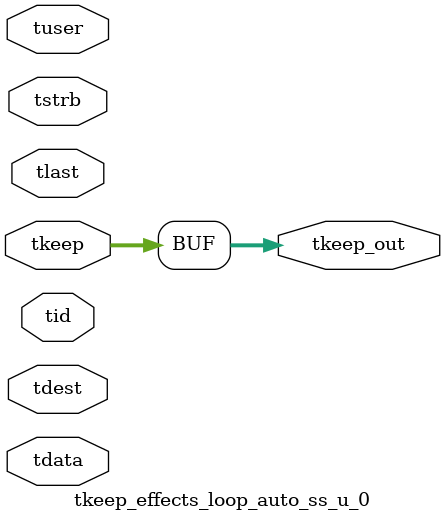
<source format=v>


`timescale 1ps/1ps

module tkeep_effects_loop_auto_ss_u_0 #
(
parameter C_S_AXIS_TDATA_WIDTH = 32,
parameter C_S_AXIS_TUSER_WIDTH = 0,
parameter C_S_AXIS_TID_WIDTH   = 0,
parameter C_S_AXIS_TDEST_WIDTH = 0,
parameter C_M_AXIS_TDATA_WIDTH = 32
)
(
input  [(C_S_AXIS_TDATA_WIDTH == 0 ? 1 : C_S_AXIS_TDATA_WIDTH)-1:0     ] tdata,
input  [(C_S_AXIS_TUSER_WIDTH == 0 ? 1 : C_S_AXIS_TUSER_WIDTH)-1:0     ] tuser,
input  [(C_S_AXIS_TID_WIDTH   == 0 ? 1 : C_S_AXIS_TID_WIDTH)-1:0       ] tid,
input  [(C_S_AXIS_TDEST_WIDTH == 0 ? 1 : C_S_AXIS_TDEST_WIDTH)-1:0     ] tdest,
input  [(C_S_AXIS_TDATA_WIDTH/8)-1:0 ] tkeep,
input  [(C_S_AXIS_TDATA_WIDTH/8)-1:0 ] tstrb,
input                                                                    tlast,
output [(C_M_AXIS_TDATA_WIDTH/8)-1:0 ] tkeep_out
);

assign tkeep_out = {tkeep[7:0]};

endmodule


</source>
